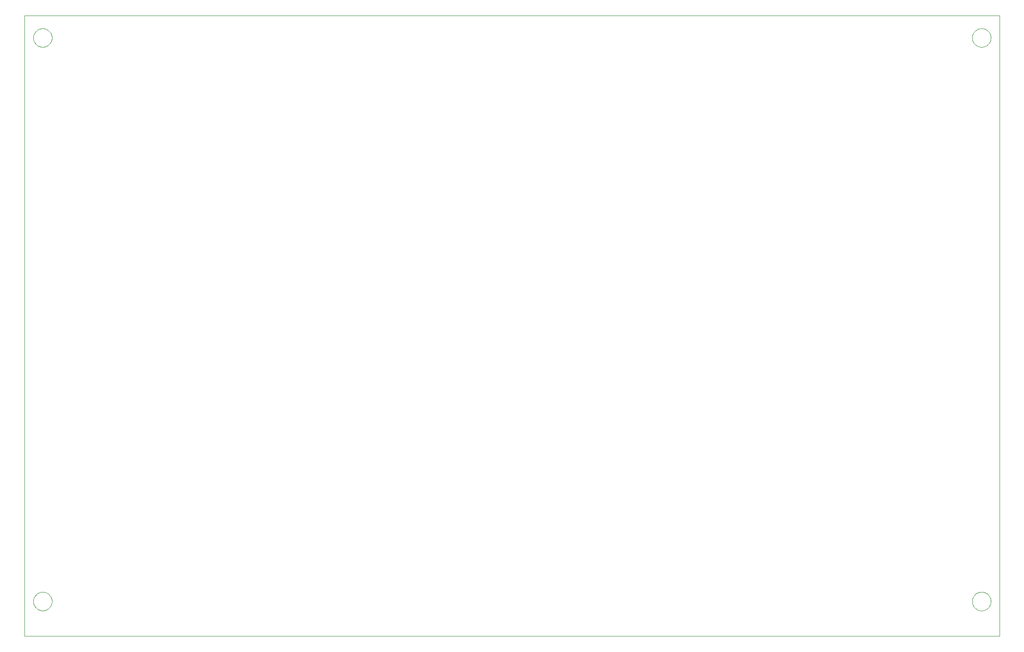
<source format=gko>
G75*
G70*
%OFA0B0*%
%FSLAX24Y24*%
%IPPOS*%
%LPD*%
%AMOC8*
5,1,8,0,0,1.08239X$1,22.5*
%
%ADD10C,0.0000*%
%ADD11C,0.0039*%
D10*
X000771Y002912D02*
X000773Y002964D01*
X000779Y003016D01*
X000789Y003068D01*
X000802Y003118D01*
X000819Y003167D01*
X000840Y003215D01*
X000865Y003262D01*
X000892Y003306D01*
X000923Y003348D01*
X000958Y003387D01*
X000995Y003424D01*
X001034Y003459D01*
X001076Y003490D01*
X001121Y003517D01*
X001167Y003542D01*
X001215Y003563D01*
X001264Y003580D01*
X001314Y003593D01*
X001366Y003603D01*
X001418Y003609D01*
X001470Y003611D01*
X001522Y003609D01*
X001574Y003603D01*
X001626Y003593D01*
X001676Y003580D01*
X001725Y003563D01*
X001773Y003542D01*
X001820Y003517D01*
X001864Y003490D01*
X001906Y003459D01*
X001945Y003424D01*
X001982Y003387D01*
X002017Y003348D01*
X002048Y003306D01*
X002075Y003261D01*
X002100Y003215D01*
X002121Y003167D01*
X002138Y003118D01*
X002151Y003068D01*
X002161Y003016D01*
X002167Y002964D01*
X002169Y002912D01*
X002167Y002860D01*
X002161Y002808D01*
X002151Y002756D01*
X002138Y002706D01*
X002121Y002657D01*
X002100Y002609D01*
X002075Y002562D01*
X002048Y002518D01*
X002017Y002476D01*
X001982Y002437D01*
X001945Y002400D01*
X001906Y002365D01*
X001864Y002334D01*
X001819Y002307D01*
X001773Y002282D01*
X001725Y002261D01*
X001676Y002244D01*
X001626Y002231D01*
X001574Y002221D01*
X001522Y002215D01*
X001470Y002213D01*
X001418Y002215D01*
X001366Y002221D01*
X001314Y002231D01*
X001264Y002244D01*
X001215Y002261D01*
X001167Y002282D01*
X001120Y002307D01*
X001076Y002334D01*
X001034Y002365D01*
X000995Y002400D01*
X000958Y002437D01*
X000923Y002476D01*
X000892Y002518D01*
X000865Y002563D01*
X000840Y002609D01*
X000819Y002657D01*
X000802Y002706D01*
X000789Y002756D01*
X000779Y002808D01*
X000773Y002860D01*
X000771Y002912D01*
X000771Y045207D02*
X000773Y045259D01*
X000779Y045311D01*
X000789Y045363D01*
X000802Y045413D01*
X000819Y045462D01*
X000840Y045510D01*
X000865Y045557D01*
X000892Y045601D01*
X000923Y045643D01*
X000958Y045682D01*
X000995Y045719D01*
X001034Y045754D01*
X001076Y045785D01*
X001121Y045812D01*
X001167Y045837D01*
X001215Y045858D01*
X001264Y045875D01*
X001314Y045888D01*
X001366Y045898D01*
X001418Y045904D01*
X001470Y045906D01*
X001522Y045904D01*
X001574Y045898D01*
X001626Y045888D01*
X001676Y045875D01*
X001725Y045858D01*
X001773Y045837D01*
X001820Y045812D01*
X001864Y045785D01*
X001906Y045754D01*
X001945Y045719D01*
X001982Y045682D01*
X002017Y045643D01*
X002048Y045601D01*
X002075Y045556D01*
X002100Y045510D01*
X002121Y045462D01*
X002138Y045413D01*
X002151Y045363D01*
X002161Y045311D01*
X002167Y045259D01*
X002169Y045207D01*
X002167Y045155D01*
X002161Y045103D01*
X002151Y045051D01*
X002138Y045001D01*
X002121Y044952D01*
X002100Y044904D01*
X002075Y044857D01*
X002048Y044813D01*
X002017Y044771D01*
X001982Y044732D01*
X001945Y044695D01*
X001906Y044660D01*
X001864Y044629D01*
X001819Y044602D01*
X001773Y044577D01*
X001725Y044556D01*
X001676Y044539D01*
X001626Y044526D01*
X001574Y044516D01*
X001522Y044510D01*
X001470Y044508D01*
X001418Y044510D01*
X001366Y044516D01*
X001314Y044526D01*
X001264Y044539D01*
X001215Y044556D01*
X001167Y044577D01*
X001120Y044602D01*
X001076Y044629D01*
X001034Y044660D01*
X000995Y044695D01*
X000958Y044732D01*
X000923Y044771D01*
X000892Y044813D01*
X000865Y044858D01*
X000840Y044904D01*
X000819Y044952D01*
X000802Y045001D01*
X000789Y045051D01*
X000779Y045103D01*
X000773Y045155D01*
X000771Y045207D01*
X071159Y045207D02*
X071161Y045259D01*
X071167Y045311D01*
X071177Y045363D01*
X071190Y045413D01*
X071207Y045462D01*
X071228Y045510D01*
X071253Y045557D01*
X071280Y045601D01*
X071311Y045643D01*
X071346Y045682D01*
X071383Y045719D01*
X071422Y045754D01*
X071464Y045785D01*
X071509Y045812D01*
X071555Y045837D01*
X071603Y045858D01*
X071652Y045875D01*
X071702Y045888D01*
X071754Y045898D01*
X071806Y045904D01*
X071858Y045906D01*
X071910Y045904D01*
X071962Y045898D01*
X072014Y045888D01*
X072064Y045875D01*
X072113Y045858D01*
X072161Y045837D01*
X072208Y045812D01*
X072252Y045785D01*
X072294Y045754D01*
X072333Y045719D01*
X072370Y045682D01*
X072405Y045643D01*
X072436Y045601D01*
X072463Y045556D01*
X072488Y045510D01*
X072509Y045462D01*
X072526Y045413D01*
X072539Y045363D01*
X072549Y045311D01*
X072555Y045259D01*
X072557Y045207D01*
X072555Y045155D01*
X072549Y045103D01*
X072539Y045051D01*
X072526Y045001D01*
X072509Y044952D01*
X072488Y044904D01*
X072463Y044857D01*
X072436Y044813D01*
X072405Y044771D01*
X072370Y044732D01*
X072333Y044695D01*
X072294Y044660D01*
X072252Y044629D01*
X072207Y044602D01*
X072161Y044577D01*
X072113Y044556D01*
X072064Y044539D01*
X072014Y044526D01*
X071962Y044516D01*
X071910Y044510D01*
X071858Y044508D01*
X071806Y044510D01*
X071754Y044516D01*
X071702Y044526D01*
X071652Y044539D01*
X071603Y044556D01*
X071555Y044577D01*
X071508Y044602D01*
X071464Y044629D01*
X071422Y044660D01*
X071383Y044695D01*
X071346Y044732D01*
X071311Y044771D01*
X071280Y044813D01*
X071253Y044858D01*
X071228Y044904D01*
X071207Y044952D01*
X071190Y045001D01*
X071177Y045051D01*
X071167Y045103D01*
X071161Y045155D01*
X071159Y045207D01*
X071159Y002912D02*
X071161Y002964D01*
X071167Y003016D01*
X071177Y003068D01*
X071190Y003118D01*
X071207Y003167D01*
X071228Y003215D01*
X071253Y003262D01*
X071280Y003306D01*
X071311Y003348D01*
X071346Y003387D01*
X071383Y003424D01*
X071422Y003459D01*
X071464Y003490D01*
X071509Y003517D01*
X071555Y003542D01*
X071603Y003563D01*
X071652Y003580D01*
X071702Y003593D01*
X071754Y003603D01*
X071806Y003609D01*
X071858Y003611D01*
X071910Y003609D01*
X071962Y003603D01*
X072014Y003593D01*
X072064Y003580D01*
X072113Y003563D01*
X072161Y003542D01*
X072208Y003517D01*
X072252Y003490D01*
X072294Y003459D01*
X072333Y003424D01*
X072370Y003387D01*
X072405Y003348D01*
X072436Y003306D01*
X072463Y003261D01*
X072488Y003215D01*
X072509Y003167D01*
X072526Y003118D01*
X072539Y003068D01*
X072549Y003016D01*
X072555Y002964D01*
X072557Y002912D01*
X072555Y002860D01*
X072549Y002808D01*
X072539Y002756D01*
X072526Y002706D01*
X072509Y002657D01*
X072488Y002609D01*
X072463Y002562D01*
X072436Y002518D01*
X072405Y002476D01*
X072370Y002437D01*
X072333Y002400D01*
X072294Y002365D01*
X072252Y002334D01*
X072207Y002307D01*
X072161Y002282D01*
X072113Y002261D01*
X072064Y002244D01*
X072014Y002231D01*
X071962Y002221D01*
X071910Y002215D01*
X071858Y002213D01*
X071806Y002215D01*
X071754Y002221D01*
X071702Y002231D01*
X071652Y002244D01*
X071603Y002261D01*
X071555Y002282D01*
X071508Y002307D01*
X071464Y002334D01*
X071422Y002365D01*
X071383Y002400D01*
X071346Y002437D01*
X071311Y002476D01*
X071280Y002518D01*
X071253Y002563D01*
X071228Y002609D01*
X071207Y002657D01*
X071190Y002706D01*
X071177Y002756D01*
X071167Y002808D01*
X071161Y002860D01*
X071159Y002912D01*
D11*
X000121Y000290D02*
X000121Y046864D01*
X073192Y046864D01*
X073192Y000290D01*
X000121Y000290D01*
M02*

</source>
